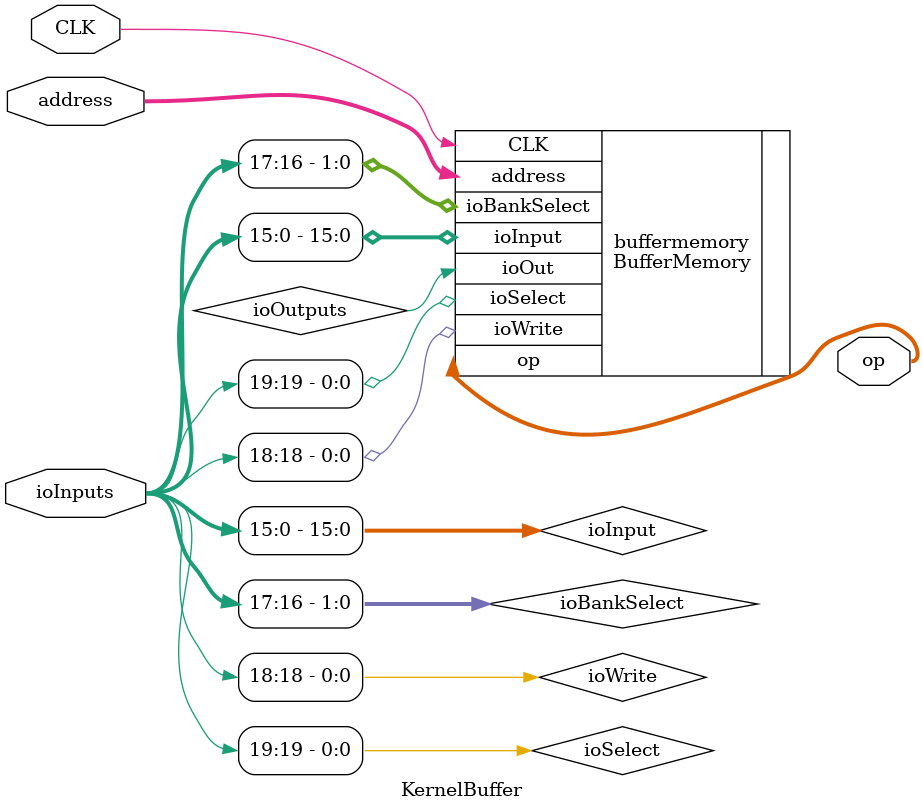
<source format=v>
`timescale 1ns / 1ps
/*
 * Module for Kernel Buffer
 * a wrapper on BufferMemory
 * 
 */
/*
 * Parameters
 *  depth = log(size of convolutional unit)
 *  A = address length for the SRAM
 *  W = Data width
 *
 * 
 */
module KernelBuffer #(parameter
        depth = 2,
        A = 7, // Address width
        D = (1<<depth), // size of Convolutional Unit
        W = 16
    )(
        output wire [W*D-1:0] op,
        input wire [A-1:0] address,

        input wire [W-1+depth+2 :0] ioInputs,
        // output wire [W-1:0] ioOutputs, // not needed?
        input wire CLK
    );
    wire ioSelect;
    wire ioWrite;
    wire [depth-1:0] ioBankSelect;
    wire [W-1:0] ioInput;

    assign ioInput = ioInputs[W-1:0];//W
    assign ioBankSelect = ioInputs[W+depth-1 -:depth];
    assign ioWrite = ioInputs[W+depth];
    assign ioSelect = ioInputs[W+depth+1];

    BufferMemory #(.depth(depth),.A(A),.W(W))  buffermemory(
        .op(op),
        .address(address),
        .ioSelect(ioSelect),
        .ioWrite(ioWrite),
        .ioBankSelect(ioBankSelect),
        .ioInput(ioInput),
        .ioOut(ioOutputs),
        .CLK(CLK)
    );
    
endmodule

</source>
